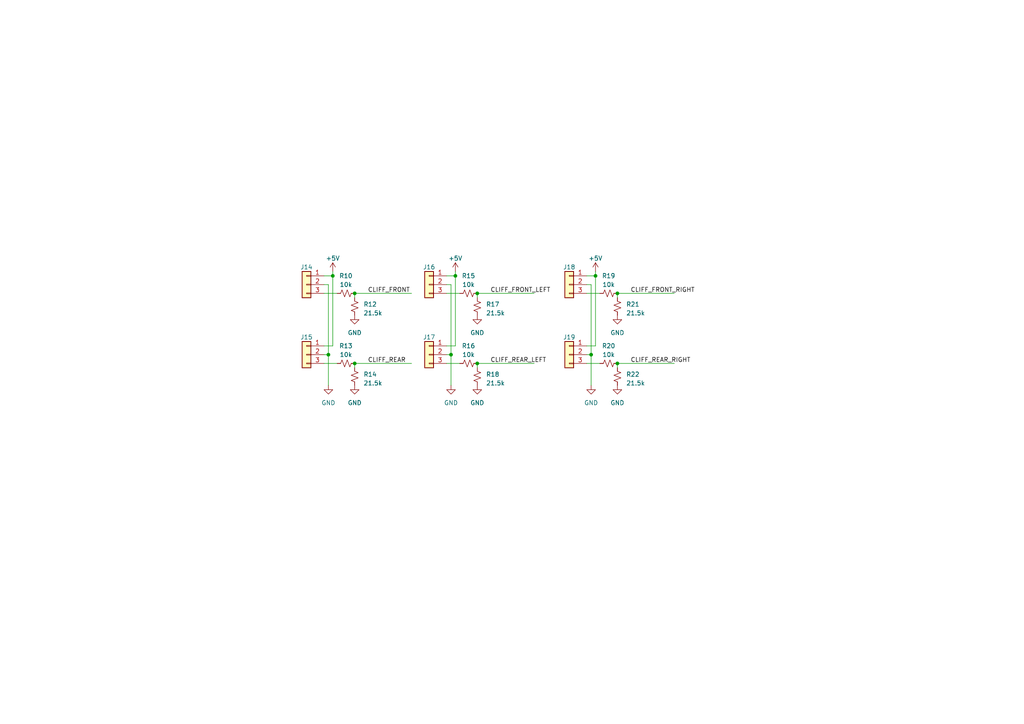
<source format=kicad_sch>
(kicad_sch (version 20230121) (generator eeschema)
  (paper "A4")
  (title_block (title "Cliff sensors"))
  (lib_symbols
    (symbol "Connector_Generic:Conn_01x03" (pin_names (offset 1.016) hide)
      (property "Reference" "J" (at 0 5.08 0))
      (property "Value" "Conn_01x03" (at 0 -5.08 0))
      (symbol "Conn_01x03_1_1"
        (rectangle (start -1.27 -2.413) (end 0 -2.667) (stroke (width 0.1524)))
        (rectangle (start -1.27 0.127) (end 0 -0.127) (stroke (width 0.1524)))
        (rectangle (start -1.27 2.667) (end 0 2.413) (stroke (width 0.1524)))
        (rectangle (start -1.27 3.81) (end 1.27 -3.81) (stroke (width 0.254)) (fill (type background)))
        (pin passive line (at -5.08 2.54 0) (length 3.81) (name "Pin_1") (number "1"))
        (pin passive line (at -5.08 0 0) (length 3.81) (name "Pin_2") (number "2"))
        (pin passive line (at -5.08 -2.54 0) (length 3.81) (name "Pin_3") (number "3"))
      )
    )
    (symbol "Device:R_Small_US" (pin_numbers hide) (pin_names (offset 0.254) hide)
      (property "Reference" "R" (at 0.762 0.508 0))
      (property "Value" "R_Small_US" (at 0.762 -1.016 0))
      (symbol "R_Small_US_1_1"
        (polyline (pts (xy 0 0) (xy 1.016 -0.381) (xy 0 -0.762) (xy -1.016 -1.143) (xy 0 -1.524)))
        (polyline (pts (xy 0 1.524) (xy 1.016 1.143) (xy 0 0.762) (xy -1.016 0.381) (xy 0 0)))
        (pin passive line (at 0 2.54 270) (length 1.016) (name "~") (number "1"))
        (pin passive line (at 0 -2.54 90) (length 1.016) (name "~") (number "2"))
      )
    )
    (symbol "power:+5V" (power) (pin_names (offset 0))
      (property "Value" "+5V" (at 0 3.556 0))
      (symbol "+5V_0_1"
        (polyline (pts (xy -0.762 1.27) (xy 0 2.54)))
        (polyline (pts (xy 0 0) (xy 0 2.54)))
        (polyline (pts (xy 0 2.54) (xy 0.762 1.27)))
      )
      (symbol "+5V_1_1"
        (pin power_in line (at 0 0 90) (length 0) hide (name "+5V") (number "1"))
      )
    )
    (symbol "power:GND" (power) (pin_names (offset 0))
      (property "Value" "GND" (at 0 -3.81 0))
      (symbol "GND_0_1"
        (polyline (pts (xy 0 0) (xy 0 -1.27) (xy 1.27 -1.27) (xy 0 -2.54) (xy -1.27 -1.27) (xy 0 -1.27)))
      )
      (symbol "GND_1_1"
        (pin power_in line (at 0 0 270) (length 0) hide (name "GND") (number "1"))
      )
    )
  )
  (junction (at 138.43 85.09))
  (junction (at 132.08 80.01))
  (junction (at 179.07 85.09))
  (junction (at 95.25 102.87))
  (junction (at 179.07 105.41))
  (junction (at 138.43 105.41))
  (junction (at 171.45 102.87))
  (junction (at 102.87 85.09))
  (junction (at 172.72 80.01))
  (junction (at 102.87 105.41))
  (junction (at 96.52 80.01))
  (junction (at 130.81 102.87))
  (wire (pts (xy 129.54 85.09) (xy 133.35 85.09)))
  (wire (pts (xy 129.54 102.87) (xy 130.81 102.87)))
  (wire (pts (xy 93.98 80.01) (xy 96.52 80.01)))
  (wire (pts (xy 95.25 82.55) (xy 95.25 102.87)))
  (wire (pts (xy 138.43 85.09) (xy 154.94 85.09)))
  (wire (pts (xy 170.18 80.01) (xy 172.72 80.01)))
  (wire (pts (xy 130.81 102.87) (xy 130.81 111.76)))
  (wire (pts (xy 129.54 82.55) (xy 130.81 82.55)))
  (wire (pts (xy 170.18 105.41) (xy 173.99 105.41)))
  (wire (pts (xy 102.87 85.09) (xy 102.87 86.36)))
  (wire (pts (xy 96.52 78.74) (xy 96.52 80.01)))
  (wire (pts (xy 179.07 105.41) (xy 195.58 105.41)))
  (wire (pts (xy 138.43 105.41) (xy 154.94 105.41)))
  (wire (pts (xy 93.98 85.09) (xy 97.79 85.09)))
  (wire (pts (xy 179.07 85.09) (xy 179.07 86.36)))
  (wire (pts (xy 130.81 82.55) (xy 130.81 102.87)))
  (wire (pts (xy 96.52 80.01) (xy 96.52 100.33)))
  (wire (pts (xy 132.08 80.01) (xy 132.08 100.33)))
  (wire (pts (xy 129.54 105.41) (xy 133.35 105.41)))
  (wire (pts (xy 171.45 82.55) (xy 171.45 102.87)))
  (wire (pts (xy 138.43 105.41) (xy 138.43 106.68)))
  (wire (pts (xy 93.98 82.55) (xy 95.25 82.55)))
  (wire (pts (xy 93.98 105.41) (xy 97.79 105.41)))
  (wire (pts (xy 102.87 105.41) (xy 102.87 106.68)))
  (wire (pts (xy 129.54 100.33) (xy 132.08 100.33)))
  (wire (pts (xy 170.18 85.09) (xy 173.99 85.09)))
  (wire (pts (xy 95.25 102.87) (xy 95.25 111.76)))
  (wire (pts (xy 172.72 78.74) (xy 172.72 80.01)))
  (wire (pts (xy 102.87 105.41) (xy 119.38 105.41)))
  (wire (pts (xy 102.87 85.09) (xy 119.38 85.09)))
  (wire (pts (xy 179.07 105.41) (xy 179.07 106.68)))
  (wire (pts (xy 132.08 78.74) (xy 132.08 80.01)))
  (wire (pts (xy 171.45 102.87) (xy 171.45 111.76)))
  (wire (pts (xy 170.18 82.55) (xy 171.45 82.55)))
  (wire (pts (xy 93.98 102.87) (xy 95.25 102.87)))
  (wire (pts (xy 129.54 80.01) (xy 132.08 80.01)))
  (wire (pts (xy 179.07 85.09) (xy 195.58 85.09)))
  (wire (pts (xy 170.18 102.87) (xy 171.45 102.87)))
  (wire (pts (xy 170.18 100.33) (xy 172.72 100.33)))
  (wire (pts (xy 93.98 100.33) (xy 96.52 100.33)))
  (wire (pts (xy 138.43 85.09) (xy 138.43 86.36)))
  (wire (pts (xy 172.72 80.01) (xy 172.72 100.33)))
  (label "CLIFF_FRONT_RIGHT" (at 182.88 85.09 0))
  (label "CLIFF_REAR_LEFT" (at 142.24 105.41 0))
  (label "CLIFF_FRONT" (at 106.68 85.09 0))
  (label "CLIFF_REAR" (at 106.68 105.41 0))
  (label "CLIFF_REAR_RIGHT" (at 182.88 105.41 0))
  (label "CLIFF_FRONT_LEFT" (at 142.24 85.09 0))
  (symbol (lib_id "power:+5V") (at 172.72 78.74 0) (unit 1)
    (property "Reference" "#PWR037" (effects hide))
    (property "Value" "+5V" (at 172.72 74.93 0))
  )
  (symbol (lib_id "power:GND") (at 179.07 91.44 0) (unit 1)
    (property "Reference" "#PWR038" (effects hide))
    (property "Value" "GND" (at 179.07 96.52 0))
  )
  (symbol (lib_id "power:GND") (at 171.45 111.76 0) (unit 1)
    (property "Reference" "#PWR036" (effects hide))
    (property "Value" "GND" (at 171.45 116.84 0))
  )
  (symbol (lib_id "power:GND") (at 102.87 91.44 0) (unit 1)
    (property "Reference" "#PWR030" (effects hide))
    (property "Value" "GND" (at 102.87 96.52 0))
  )
  (symbol (lib_id "Device:R_Small_US") (at 176.53 85.09 270) (unit 1)
    (property "Reference" "R19" (at 176.53 80.01 90))
    (property "Value" "10k" (at 176.53 82.55 90))
  )
  (symbol (lib_id "power:GND") (at 138.43 91.44 0) (unit 1)
    (property "Reference" "#PWR034" (effects hide))
    (property "Value" "GND" (at 138.43 96.52 0))
  )
  (symbol (lib_id "power:GND") (at 138.43 111.76 0) (unit 1)
    (property "Reference" "#PWR035" (effects hide))
    (property "Value" "GND" (at 138.43 116.84 0))
  )
  (symbol (lib_id "Device:R_Small_US") (at 138.43 109.22 180) (unit 1)
    (property "Reference" "R18" (at 140.97 108.585 0) (effects (justify right)))
    (property "Value" "21.5k" (at 140.97 111.125 0) (effects (justify right)))
  )
  (symbol (lib_id "Device:R_Small_US") (at 102.87 109.22 180) (unit 1)
    (property "Reference" "R14" (at 105.41 108.585 0) (effects (justify right)))
    (property "Value" "21.5k" (at 105.41 111.125 0) (effects (justify right)))
  )
  (symbol (lib_id "Device:R_Small_US") (at 176.53 105.41 270) (unit 1)
    (property "Reference" "R20" (at 176.53 100.33 90))
    (property "Value" "10k" (at 176.53 102.87 90))
  )
  (symbol (lib_id "Connector_Generic:Conn_01x03") (at 124.46 82.55 0) (mirror y) (unit 1)
    (property "Reference" "J16" (at 124.46 77.47 0))
    (property "Value" "Conn_01x03" (effects hide))
  )
  (symbol (lib_id "Device:R_Small_US") (at 102.87 88.9 180) (unit 1)
    (property "Reference" "R12" (at 105.41 88.265 0) (effects (justify right)))
    (property "Value" "21.5k" (at 105.41 90.805 0) (effects (justify right)))
    (instances (project "Kaia_v2" (path "" (reference "R12") (unit 1)) (path "" (reference "R13") (unit 1))))
  )
  (symbol (lib_id "power:+5V") (at 132.08 78.74 0) (unit 1)
    (property "Reference" "#PWR033" (effects hide))
    (property "Value" "+5V" (at 132.08 74.93 0))
  )
  (symbol (lib_id "Device:R_Small_US") (at 135.89 105.41 270) (unit 1)
    (property "Reference" "R16" (at 135.89 100.33 90))
    (property "Value" "10k" (at 135.89 102.87 90))
  )
  (symbol (lib_id "Device:R_Small_US") (at 138.43 88.9 180) (unit 1)
    (property "Reference" "R17" (at 140.97 88.265 0) (effects (justify right)))
    (property "Value" "21.5k" (at 140.97 90.805 0) (effects (justify right)))
  )
  (symbol (lib_id "Connector_Generic:Conn_01x03") (at 88.9 82.55 0) (mirror y) (unit 1)
    (property "Reference" "J14" (at 88.9 77.47 0))
    (property "Value" "Conn_01x03" (effects hide))
  )
  (symbol (lib_id "power:+5V") (at 96.52 78.74 0) (unit 1)
    (property "Reference" "#PWR021" (effects hide))
    (property "Value" "+5V" (at 96.52 74.93 0))
    (instances (project "Kaia_v2" (path "" (reference "#PWR021") (unit 1)) (path "" (reference "#PWR024") (unit 1))))
  )
  (symbol (lib_id "power:GND") (at 179.07 111.76 0) (unit 1)
    (property "Reference" "#PWR039" (effects hide))
    (property "Value" "GND" (at 179.07 116.84 0))
  )
  (symbol (lib_id "Connector_Generic:Conn_01x03") (at 124.46 102.87 0) (mirror y) (unit 1)
    (property "Reference" "J17" (at 124.46 97.79 0))
    (property "Value" "Conn_01x03" (effects hide))
  )
  (symbol (lib_id "Connector_Generic:Conn_01x03") (at 165.1 82.55 0) (mirror y) (unit 1)
    (property "Reference" "J18" (at 165.1 77.47 0))
    (property "Value" "Conn_01x03" (effects hide))
  )
  (symbol (lib_id "power:GND") (at 102.87 111.76 0) (unit 1)
    (property "Reference" "#PWR031" (effects hide))
    (property "Value" "GND" (at 102.87 116.84 0))
  )
  (symbol (lib_id "power:GND") (at 130.81 111.76 0) (unit 1)
    (property "Reference" "#PWR032" (effects hide))
    (property "Value" "GND" (at 130.81 116.84 0))
  )
  (symbol (lib_id "Device:R_Small_US") (at 100.33 105.41 270) (unit 1)
    (property "Reference" "R13" (at 100.33 100.33 90))
    (property "Value" "10k" (at 100.33 102.87 90))
    (instances (project "Kaia_v2" (path "" (reference "R13") (unit 1)) (path "" (reference "R12") (unit 1))))
  )
  (symbol (lib_id "Device:R_Small_US") (at 179.07 88.9 180) (unit 1)
    (property "Reference" "R21" (at 181.61 88.265 0) (effects (justify right)))
    (property "Value" "21.5k" (at 181.61 90.805 0) (effects (justify right)))
  )
  (symbol (lib_id "Connector_Generic:Conn_01x03") (at 165.1 102.87 0) (mirror y) (unit 1)
    (property "Reference" "J19" (at 165.1 97.79 0))
    (property "Value" "Conn_01x03" (effects hide))
  )
  (symbol (lib_id "Device:R_Small_US") (at 135.89 85.09 270) (unit 1)
    (property "Reference" "R15" (at 135.89 80.01 90))
    (property "Value" "10k" (at 135.89 82.55 90))
  )
  (symbol (lib_id "Connector_Generic:Conn_01x03") (at 88.9 102.87 0) (mirror y) (unit 1)
    (property "Reference" "J15" (at 88.9 97.79 0))
    (property "Value" "Conn_01x03" (effects hide))
  )
  (symbol (lib_id "Device:R_Small_US") (at 179.07 109.22 180) (unit 1)
    (property "Reference" "R22" (at 181.61 108.585 0) (effects (justify right)))
    (property "Value" "21.5k" (at 181.61 111.125 0) (effects (justify right)))
  )
  (symbol (lib_id "Device:R_Small_US") (at 100.33 85.09 270) (unit 1)
    (property "Reference" "R10" (at 100.33 80.01 90))
    (property "Value" "10k" (at 100.33 82.55 90))
  )
  (symbol (lib_id "power:GND") (at 95.25 111.76 0) (unit 1)
    (property "Reference" "#PWR024" (effects hide))
    (property "Value" "GND" (at 95.25 116.84 0))
    (instances (project "Kaia_v2" (path "" (reference "#PWR024") (unit 1)) (path "" (reference "#PWR021") (unit 1))))
  )
)
</source>
